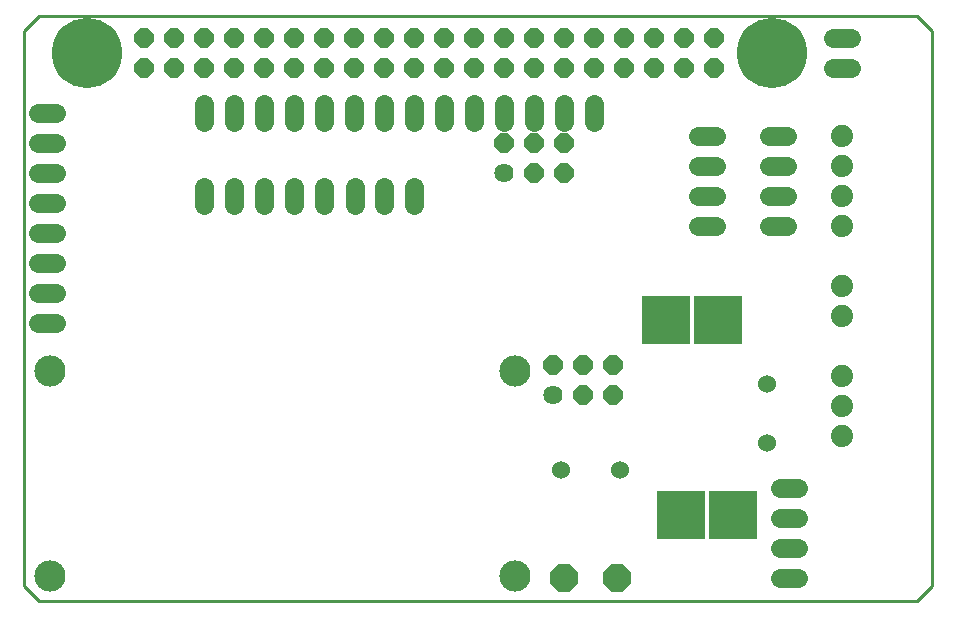
<source format=gts>
G75*
%MOIN*%
%OFA0B0*%
%FSLAX25Y25*%
%IPPOS*%
%LPD*%
%AMOC8*
5,1,8,0,0,1.08239X$1,22.5*
%
%ADD10C,0.01000*%
%ADD11C,0.06400*%
%ADD12OC8,0.06400*%
%ADD13C,0.06400*%
%ADD14OC8,0.09400*%
%ADD15R,0.15900X0.15900*%
%ADD16C,0.10400*%
%ADD17C,0.07400*%
%ADD18C,0.06000*%
%ADD19C,0.23400*%
D10*
X0037595Y0057683D02*
X0032595Y0062683D01*
X0032595Y0247683D01*
X0037595Y0252683D01*
X0330095Y0252683D01*
X0335095Y0247683D01*
X0335095Y0062683D01*
X0330095Y0057683D01*
X0037595Y0057683D01*
D11*
X0208845Y0126433D03*
X0192595Y0200183D03*
D12*
X0202595Y0200183D03*
X0212595Y0200183D03*
X0212595Y0210183D03*
X0202595Y0210183D03*
X0192595Y0210183D03*
X0192595Y0235183D03*
X0202595Y0235183D03*
X0212595Y0235183D03*
X0222595Y0235183D03*
X0232595Y0235183D03*
X0232595Y0245183D03*
X0222595Y0245183D03*
X0212595Y0245183D03*
X0202595Y0245183D03*
X0192595Y0245183D03*
X0182595Y0245183D03*
X0172595Y0245183D03*
X0162595Y0245183D03*
X0152595Y0245183D03*
X0142595Y0245183D03*
X0132595Y0245183D03*
X0122595Y0245183D03*
X0112595Y0245183D03*
X0102595Y0245183D03*
X0092595Y0245183D03*
X0082595Y0245183D03*
X0072595Y0245183D03*
X0072595Y0235183D03*
X0082595Y0235183D03*
X0092595Y0235183D03*
X0102595Y0235183D03*
X0112595Y0235183D03*
X0122595Y0235183D03*
X0132595Y0235183D03*
X0142595Y0235183D03*
X0152595Y0235183D03*
X0162595Y0235183D03*
X0172595Y0235183D03*
X0182595Y0235183D03*
X0242595Y0235183D03*
X0252595Y0235183D03*
X0262595Y0235183D03*
X0262595Y0245183D03*
X0252595Y0245183D03*
X0242595Y0245183D03*
X0228845Y0136433D03*
X0218845Y0136433D03*
X0208845Y0136433D03*
X0218845Y0126433D03*
X0228845Y0126433D03*
D13*
X0284595Y0095183D02*
X0290595Y0095183D01*
X0290595Y0085183D02*
X0284595Y0085183D01*
X0284595Y0075183D02*
X0290595Y0075183D01*
X0290595Y0065183D02*
X0284595Y0065183D01*
X0043095Y0150183D02*
X0037095Y0150183D01*
X0037095Y0160183D02*
X0043095Y0160183D01*
X0043095Y0170183D02*
X0037095Y0170183D01*
X0037095Y0180183D02*
X0043095Y0180183D01*
X0043095Y0190183D02*
X0037095Y0190183D01*
X0037095Y0200183D02*
X0043095Y0200183D01*
X0043095Y0210183D02*
X0037095Y0210183D01*
X0037095Y0220183D02*
X0043095Y0220183D01*
X0092595Y0223183D02*
X0092595Y0217183D01*
X0102595Y0217183D02*
X0102595Y0223183D01*
X0112595Y0223183D02*
X0112595Y0217183D01*
X0122595Y0217183D02*
X0122595Y0223183D01*
X0132595Y0223183D02*
X0132595Y0217183D01*
X0142595Y0217183D02*
X0142595Y0223183D01*
X0152595Y0223183D02*
X0152595Y0217183D01*
X0162595Y0217183D02*
X0162595Y0223183D01*
X0172595Y0223183D02*
X0172595Y0217183D01*
X0182595Y0217183D02*
X0182595Y0223183D01*
X0192595Y0223183D02*
X0192595Y0217183D01*
X0202595Y0217183D02*
X0202595Y0223183D01*
X0212595Y0223183D02*
X0212595Y0217183D01*
X0222595Y0217183D02*
X0222595Y0223183D01*
X0257095Y0212683D02*
X0263095Y0212683D01*
X0280845Y0212683D02*
X0286845Y0212683D01*
X0286845Y0202683D02*
X0280845Y0202683D01*
X0280845Y0192683D02*
X0286845Y0192683D01*
X0286845Y0182683D02*
X0280845Y0182683D01*
X0263095Y0182683D02*
X0257095Y0182683D01*
X0257095Y0192683D02*
X0263095Y0192683D01*
X0263095Y0202683D02*
X0257095Y0202683D01*
X0302095Y0235183D02*
X0308095Y0235183D01*
X0308095Y0245183D02*
X0302095Y0245183D01*
X0162433Y0195578D02*
X0162433Y0189578D01*
X0152590Y0189578D02*
X0152590Y0195578D01*
X0142748Y0195578D02*
X0142748Y0189578D01*
X0132595Y0189683D02*
X0132595Y0195683D01*
X0122595Y0195683D02*
X0122595Y0189683D01*
X0112595Y0189683D02*
X0112595Y0195683D01*
X0102595Y0195683D02*
X0102595Y0189683D01*
X0092595Y0189683D02*
X0092595Y0195683D01*
D14*
X0212595Y0065183D03*
X0230095Y0065183D03*
D15*
X0251345Y0086433D03*
X0268845Y0086433D03*
X0263845Y0151433D03*
X0246345Y0151433D03*
D16*
X0196134Y0134346D03*
X0196134Y0065843D03*
X0041015Y0065843D03*
X0041015Y0134346D03*
D17*
X0305095Y0132683D03*
X0305095Y0122683D03*
X0305095Y0112683D03*
X0305095Y0152683D03*
X0305095Y0162683D03*
X0305095Y0182683D03*
X0305095Y0192683D03*
X0305095Y0202683D03*
X0305095Y0212683D03*
D18*
X0280095Y0130026D03*
X0280095Y0110341D03*
X0231188Y0101433D03*
X0211503Y0101433D03*
D19*
X0281768Y0240183D03*
X0053422Y0240183D03*
M02*

</source>
